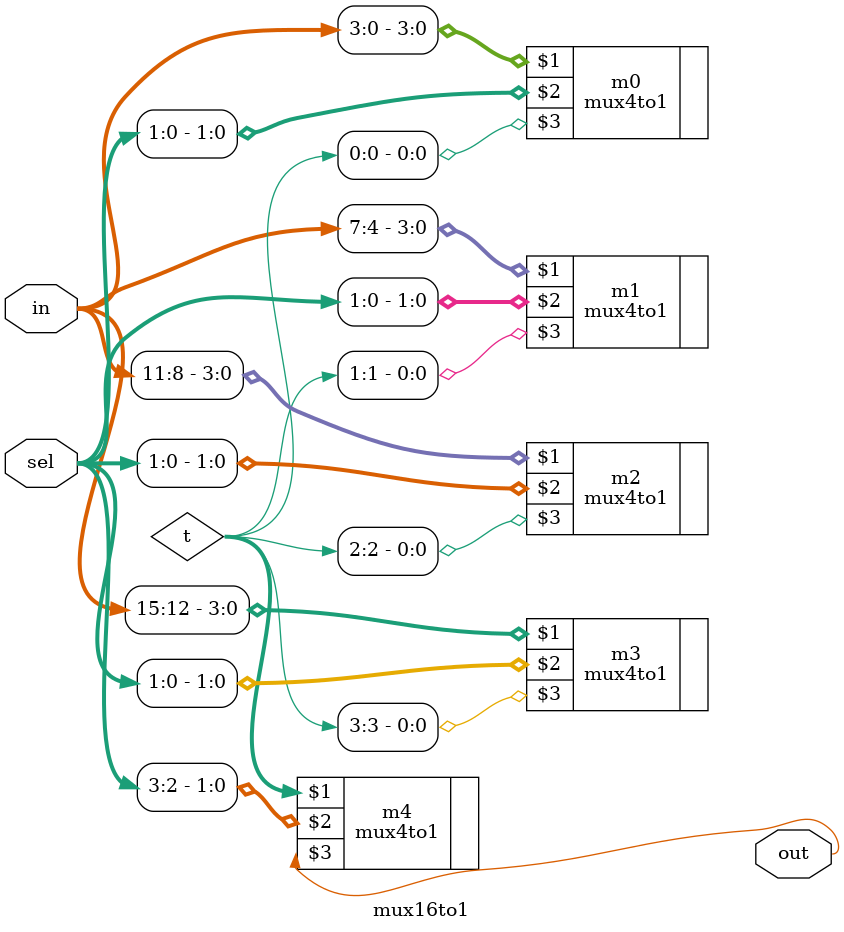
<source format=v>
module mux16to1(in,sel,out);
  input[15:0]in;
  input[3:0] sel;
  output out;
  wire[3:0] t;

  mux4to1 m0(in[3:0],sel[1:0],t[0]);
  mux4to1 m1(in[7:4],sel[1:0],t[1]);
  mux4to1 m2(in[11:8],sel[1:0],t[2]);
  mux4to1 m3(in[15:12],sel[1:0],t[3]);
  mux4to1 m4(t,sel[3:2],out);
 endmodule


</source>
